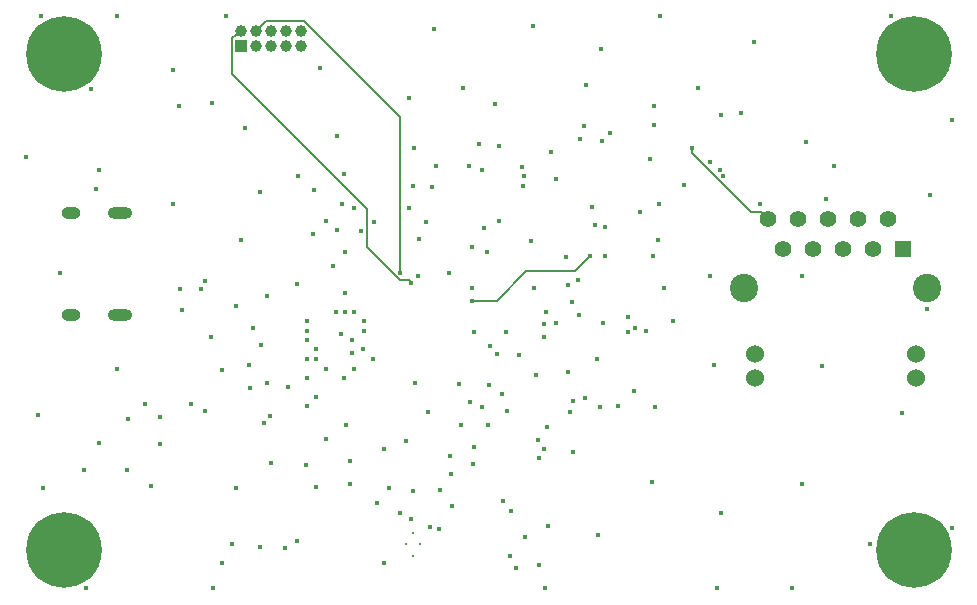
<source format=gbl>
%TF.GenerationSoftware,KiCad,Pcbnew,9.0.4*%
%TF.CreationDate,2025-11-15T14:23:55+05:30*%
%TF.ProjectId,High Speed Ethernet Interface,48696768-2053-4706-9565-642045746865,rev?*%
%TF.SameCoordinates,Original*%
%TF.FileFunction,Copper,L6,Bot*%
%TF.FilePolarity,Positive*%
%FSLAX46Y46*%
G04 Gerber Fmt 4.6, Leading zero omitted, Abs format (unit mm)*
G04 Created by KiCad (PCBNEW 9.0.4) date 2025-11-15 14:23:55*
%MOMM*%
%LPD*%
G01*
G04 APERTURE LIST*
%TA.AperFunction,ComponentPad*%
%ADD10R,1.400000X1.400000*%
%TD*%
%TA.AperFunction,ComponentPad*%
%ADD11C,1.400000*%
%TD*%
%TA.AperFunction,ComponentPad*%
%ADD12C,1.530000*%
%TD*%
%TA.AperFunction,ComponentPad*%
%ADD13C,2.400000*%
%TD*%
%TA.AperFunction,HeatsinkPad*%
%ADD14O,2.100000X1.000000*%
%TD*%
%TA.AperFunction,HeatsinkPad*%
%ADD15O,1.600000X1.000000*%
%TD*%
%TA.AperFunction,ComponentPad*%
%ADD16C,0.300000*%
%TD*%
%TA.AperFunction,ComponentPad*%
%ADD17R,1.000000X1.000000*%
%TD*%
%TA.AperFunction,ComponentPad*%
%ADD18C,1.000000*%
%TD*%
%TA.AperFunction,ComponentPad*%
%ADD19C,6.400000*%
%TD*%
%TA.AperFunction,ViaPad*%
%ADD20C,0.406806*%
%TD*%
%TA.AperFunction,Conductor*%
%ADD21C,0.127127*%
%TD*%
%TA.AperFunction,Conductor*%
%ADD22C,0.137495*%
%TD*%
G04 APERTURE END LIST*
D10*
%TO.P,J3,1,TD1+*%
%TO.N,/PHY_TD_A_P*%
X175080000Y-70000000D03*
D11*
%TO.P,J3,2,TD1-*%
%TO.N,/PHY_TD_A_N*%
X173810000Y-67460000D03*
%TO.P,J3,3,TD2+*%
%TO.N,/PHY_TD_B_P*%
X172540000Y-70000000D03*
%TO.P,J3,4,TD2-*%
%TO.N,/PHY_TD_B_N*%
X171270000Y-67460000D03*
%TO.P,J3,5,CT_1*%
%TO.N,Net-(J3-CT_1)*%
X170000000Y-70000000D03*
%TO.P,J3,6,CT_2*%
X168730000Y-67460000D03*
%TO.P,J3,7,TD3+*%
%TO.N,/PHY_TD_C_P*%
X167460000Y-70000000D03*
%TO.P,J3,8,TD3-*%
%TO.N,/PHY_TD_C_N*%
X166190000Y-67460000D03*
%TO.P,J3,9,TD4+*%
%TO.N,/PHY_TD_D_P*%
X164920000Y-70000000D03*
%TO.P,J3,10,TD4-*%
%TO.N,/PHY_TD_D_N*%
X163650000Y-67460000D03*
D12*
%TO.P,J3,11,A_GREEN*%
%TO.N,/+3V3*%
X162580000Y-78890000D03*
%TO.P,J3,12,K_GREEN*%
%TO.N,/LED_GREEN*%
X162580000Y-80920000D03*
%TO.P,J3,13,A_YELLOW*%
%TO.N,/+3V3*%
X176150000Y-78890000D03*
%TO.P,J3,14,K_YELLOW*%
%TO.N,/LED_YELLOW*%
X176150000Y-80920000D03*
D13*
%TO.P,J3,15,SHIELD_1*%
%TO.N,GND*%
X177115000Y-73300000D03*
%TO.P,J3,16,SHIELD_2*%
X161615000Y-73300000D03*
%TD*%
D14*
%TO.P,J1,S1,SHIELD*%
%TO.N,GND*%
X108810000Y-66955000D03*
D15*
X104630000Y-66955000D03*
D14*
X108810000Y-75595000D03*
D15*
X104630000Y-75595000D03*
%TD*%
D16*
%TO.P,U3,12*%
%TO.N,GND*%
X133600000Y-95950000D03*
%TO.P,U3,13*%
X133025000Y-95000000D03*
%TO.P,U3,14*%
X134175000Y-95000000D03*
%TO.P,U3,15*%
X133600000Y-94050000D03*
%TD*%
D17*
%TO.P,J2,1,Pin_1*%
%TO.N,/+3V3*%
X119000000Y-52770000D03*
D18*
%TO.P,J2,2,Pin_2*%
%TO.N,/SWDIO*%
X119000000Y-51500000D03*
%TO.P,J2,3,Pin_3*%
%TO.N,GND*%
X120270000Y-52770000D03*
%TO.P,J2,4,Pin_4*%
%TO.N,/SWCLK*%
X120270000Y-51500000D03*
%TO.P,J2,5,Pin_5*%
%TO.N,GND*%
X121540000Y-52770000D03*
%TO.P,J2,6,Pin_6*%
%TO.N,unconnected-(J2-Pin_6-Pad6)*%
X121540000Y-51500000D03*
%TO.P,J2,7,Pin_7*%
%TO.N,unconnected-(J2-Pin_7-Pad7)*%
X122810000Y-52770000D03*
%TO.P,J2,8,Pin_8*%
%TO.N,unconnected-(J2-Pin_8-Pad8)*%
X122810000Y-51500000D03*
%TO.P,J2,9,Pin_9*%
%TO.N,GND*%
X124080000Y-52770000D03*
%TO.P,J2,10,Pin_10*%
%TO.N,/NRST*%
X124080000Y-51500000D03*
%TD*%
D19*
%TO.P,H4,1,1*%
%TO.N,GND*%
X176000000Y-95500000D03*
%TD*%
%TO.P,H3,1,1*%
%TO.N,GND*%
X104000000Y-95500000D03*
%TD*%
%TO.P,H1,1,1*%
%TO.N,GND*%
X104000000Y-53500000D03*
%TD*%
%TO.P,H2,1,1*%
%TO.N,GND*%
X176000000Y-53500000D03*
%TD*%
D20*
%TO.N,GND*%
X177374086Y-65431456D03*
X141426781Y-77047400D03*
X121261322Y-81356735D03*
X147609575Y-75586944D03*
X133619062Y-64638696D03*
X148233889Y-56097260D03*
X152766200Y-66899155D03*
X149415817Y-83350554D03*
X138308091Y-63001547D03*
X120719542Y-78127259D03*
X166553568Y-72242206D03*
X109372330Y-88671155D03*
X122744329Y-95322605D03*
X179207872Y-93582032D03*
X140876209Y-67649077D03*
X120981685Y-84706087D03*
X115987599Y-83705936D03*
X118574103Y-90186546D03*
X144644416Y-86931546D03*
X136695872Y-87537433D03*
X119658098Y-79780840D03*
X113227777Y-66185699D03*
X179207872Y-59091782D03*
X141761447Y-95970411D03*
X149651636Y-76270544D03*
X148142986Y-82641944D03*
X131587006Y-90248031D03*
X159666282Y-92313783D03*
X110895634Y-83091777D03*
X175024914Y-83897620D03*
X165689987Y-98707872D03*
X159302186Y-98707872D03*
X125345294Y-90168346D03*
X127138877Y-60391784D03*
X128270026Y-89861300D03*
X109461719Y-84355517D03*
X159687791Y-58683927D03*
X117793909Y-50292128D03*
X130303506Y-67689373D03*
X138771998Y-86795281D03*
X162966771Y-66213582D03*
X161379927Y-58487197D03*
X135882097Y-90405406D03*
X140866631Y-61267344D03*
X174082032Y-50292128D03*
X138407322Y-82913572D03*
X113277051Y-54808986D03*
X143826753Y-73261351D03*
X116470451Y-77450427D03*
X102252973Y-90245031D03*
X117453885Y-80236603D03*
X135344977Y-51399514D03*
X133546389Y-90521380D03*
X115594165Y-73416009D03*
X138710746Y-77015802D03*
X144674682Y-77463904D03*
X133729421Y-81319094D03*
X108520215Y-50292128D03*
X154817487Y-73264017D03*
X127460080Y-77219400D03*
X169192803Y-62941743D03*
X143762249Y-51081181D03*
X157710564Y-56383457D03*
X155565611Y-76072905D03*
X138664033Y-88215907D03*
X102082032Y-50292128D03*
X114040969Y-75153147D03*
X100792128Y-62240403D03*
X172297474Y-94987710D03*
X146676362Y-73011642D03*
X101846446Y-84049352D03*
X114800165Y-83124254D03*
X147589937Y-72619310D03*
X133998133Y-72308627D03*
X128580625Y-66541277D03*
X108516673Y-80172183D03*
X143966595Y-80617174D03*
X147169898Y-87155433D03*
X147028141Y-74516726D03*
X139456913Y-83336637D03*
X148722996Y-66436930D03*
X127561793Y-66170413D03*
X140512102Y-57751303D03*
X123800803Y-94748104D03*
X120602276Y-95183190D03*
X124564064Y-88280288D03*
X145701113Y-76261116D03*
X112169782Y-84180728D03*
X144731460Y-98707872D03*
X139637930Y-68196101D03*
X153792025Y-89707284D03*
X135517690Y-62983710D03*
X154469164Y-50292128D03*
X125118498Y-68753703D03*
X149276623Y-94225526D03*
X139970217Y-84851974D03*
X145009848Y-93445531D03*
X144225200Y-87688791D03*
X168215411Y-79876157D03*
X144706753Y-76321205D03*
X166524165Y-89845712D03*
X133278135Y-57187707D03*
X141578843Y-83669736D03*
X146899904Y-83822318D03*
X158744331Y-72290231D03*
X139841821Y-70253425D03*
X149481021Y-53099723D03*
X106733791Y-64912059D03*
X143086377Y-94352795D03*
X106336808Y-56437335D03*
X150903983Y-83255855D03*
X111379379Y-90086603D03*
X123853889Y-63770339D03*
X138603993Y-69846535D03*
X142321104Y-97006781D03*
X115965029Y-72678138D03*
X118234371Y-94950001D03*
X141133348Y-82255278D03*
X103690997Y-72034158D03*
X116640556Y-98707872D03*
X142579296Y-78971224D03*
X154017421Y-59486267D03*
X151820320Y-75753653D03*
X136868562Y-91740512D03*
X130571847Y-91477421D03*
X177136274Y-75040822D03*
X116557456Y-57614001D03*
X143570858Y-69276881D03*
X131125726Y-96560185D03*
X127888166Y-84857439D03*
X105917968Y-98707872D03*
X152290294Y-82025497D03*
X141845239Y-92208611D03*
X125752780Y-54669560D03*
X133665537Y-61433313D03*
X119005415Y-69267496D03*
X154053385Y-83384974D03*
X132510420Y-92351117D03*
X113868115Y-73391726D03*
X140070152Y-78204485D03*
X133455884Y-92861680D03*
X113763301Y-57850899D03*
X162430033Y-52443526D03*
X145244682Y-61762000D03*
X159090362Y-79771277D03*
%TO.N,/+3V3*%
X121604125Y-88109193D03*
X124598568Y-76942896D03*
X112165066Y-86516551D03*
X149586884Y-60838431D03*
X147144884Y-82850915D03*
X131129050Y-86890392D03*
X127177177Y-68364733D03*
X107034245Y-86437190D03*
X129403002Y-76049496D03*
X128596652Y-80123517D03*
X133263315Y-66497811D03*
X125373391Y-78468623D03*
X138577280Y-73279518D03*
X119767588Y-81750447D03*
X132973920Y-86236774D03*
X126202335Y-67627543D03*
X124597884Y-76127533D03*
X120620168Y-65148932D03*
X136817410Y-89041031D03*
X125392197Y-79336315D03*
X128424326Y-78806973D03*
X144966960Y-85067103D03*
X153316023Y-76935863D03*
X127057203Y-75289935D03*
X120034722Y-76641971D03*
X148957120Y-67940805D03*
X128630376Y-75325768D03*
X166848701Y-60919254D03*
X107041737Y-63296068D03*
X152391884Y-76664368D03*
X137828187Y-56319180D03*
X124629247Y-79313922D03*
X127748639Y-80901401D03*
X130209877Y-79285478D03*
X127804699Y-75327557D03*
X128243497Y-87944302D03*
X117406237Y-96554208D03*
X134644332Y-67690162D03*
X129397572Y-76907885D03*
X126186632Y-86094206D03*
X134062445Y-69165591D03*
X129388497Y-78477651D03*
X129192713Y-68481295D03*
X125162531Y-64961862D03*
X149193784Y-79316790D03*
X105755397Y-88664003D03*
X137460158Y-81399559D03*
X128440975Y-77699939D03*
X139203648Y-61095878D03*
X127769074Y-63666245D03*
X137678696Y-84855620D03*
X145727757Y-64026722D03*
X135164800Y-64761139D03*
X151794833Y-77045276D03*
X136621088Y-72042154D03*
X149873394Y-70606207D03*
X126196652Y-80123517D03*
X126827343Y-71426100D03*
X124601317Y-77736691D03*
X134832932Y-83817242D03*
%TO.N,/+1V8*%
X153911581Y-70544823D03*
X139990881Y-81535158D03*
X154303806Y-69266065D03*
X154001791Y-57851196D03*
%TO.N,Net-(IC2-VDDA)*%
X127797207Y-70236265D03*
X121488743Y-84166618D03*
%TO.N,/+1V1*%
X142936631Y-64652335D03*
X134993542Y-93510367D03*
X148076819Y-59550050D03*
X146687870Y-80430917D03*
X147689791Y-60708125D03*
X144147618Y-86120584D03*
X156569863Y-64531310D03*
X149872473Y-68121398D03*
%TO.N,/+2V5*%
X154404214Y-66196936D03*
X139396817Y-63297884D03*
X119359123Y-59758342D03*
X153650668Y-62378628D03*
%TO.N,Net-(J3-CT_1)*%
X168530771Y-65779082D03*
%TO.N,/RGMII_RXER*%
X148556231Y-70615308D03*
X138617934Y-74400947D03*
%TO.N,/RGMII_TX_EN*%
X146550863Y-70668761D03*
X127792197Y-73736315D03*
%TO.N,/PHY_TD_D_P*%
X158756099Y-62631886D03*
%TO.N,/PHY_TD_D_N*%
X157198059Y-61433110D03*
%TO.N,/PHY_TD_C_N*%
X159601807Y-63317918D03*
%TO.N,/PHY_TD_C_P*%
X159860136Y-63844609D03*
%TO.N,/RGMII_RXD1*%
X124619257Y-83274356D03*
X144814721Y-75319081D03*
%TO.N,/CLK_25MHZ_OUT*%
X122996872Y-81697426D03*
X150283162Y-60171055D03*
%TO.N,/RGMII_TXD0*%
X123803496Y-72935140D03*
X142847686Y-63088459D03*
%TO.N,/RGMII_GTX_CLK*%
X142944900Y-63782710D03*
X124598568Y-80942896D03*
%TO.N,/RGMII_RXD0*%
X125392197Y-82536315D03*
X140660746Y-78865346D03*
%TO.N,Net-(IC2-BOOT0)*%
X118588850Y-74842581D03*
X121248534Y-73935618D03*
%TO.N,/SWDIO*%
X133443068Y-72847177D03*
%TO.N,/SWCLK*%
X132495461Y-72035874D03*
%TO.N,/FB*%
X144237855Y-96737038D03*
X141239836Y-91328388D03*
X135751163Y-93727195D03*
%TD*%
D21*
%TO.N,/RGMII_RXER*%
X140668820Y-74400947D02*
X138617934Y-74400947D01*
X143192580Y-71877187D02*
X140668820Y-74400947D01*
X148556231Y-70615308D02*
X147294351Y-71877187D01*
X147294351Y-71877187D02*
X143192580Y-71877187D01*
D22*
%TO.N,/PHY_TD_D_N*%
X163008933Y-66818933D02*
X162192881Y-66818933D01*
X162192881Y-66818933D02*
X157198059Y-61824111D01*
X157198059Y-61824111D02*
X157198059Y-61433110D01*
X163650000Y-67460000D02*
X163008933Y-66818933D01*
D21*
%TO.N,/SWDIO*%
X118296283Y-55204491D02*
X118296283Y-52143397D01*
X132475763Y-72611796D02*
X129658269Y-69794302D01*
X133207687Y-72611796D02*
X132475763Y-72611796D01*
X133443068Y-72847177D02*
X133207687Y-72611796D01*
X118296283Y-52143397D02*
X118444278Y-51995402D01*
X118504598Y-51995402D02*
X119000000Y-51500000D01*
X129658269Y-66566477D02*
X118296283Y-55204491D01*
X129658269Y-69794302D02*
X129658269Y-66566477D01*
X118444278Y-51995402D02*
X118504598Y-51995402D01*
%TO.N,/SWCLK*%
X124330319Y-50649968D02*
X121120032Y-50649968D01*
X132495461Y-58815110D02*
X124330319Y-50649968D01*
X121120032Y-50649968D02*
X120270000Y-51500000D01*
X132495461Y-71485009D02*
X132495461Y-58815110D01*
X132495461Y-72035874D02*
X132495461Y-71485009D01*
%TD*%
M02*

</source>
